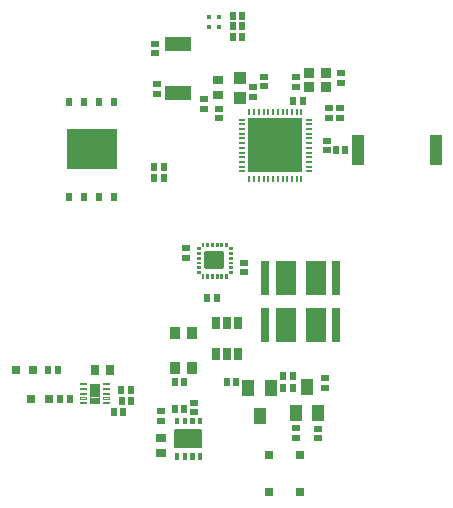
<source format=gtp>
G75*
%MOIN*%
%OFA0B0*%
%FSLAX25Y25*%
%IPPOS*%
%LPD*%
%AMOC8*
5,1,8,0,0,1.08239X$1,22.5*
%
%ADD10R,0.06693X0.11811*%
%ADD11R,0.03150X0.11811*%
%ADD12R,0.02717X0.03898*%
%ADD13R,0.02756X0.01969*%
%ADD14R,0.03543X0.02756*%
%ADD15R,0.01969X0.02756*%
%ADD16R,0.01969X0.00787*%
%ADD17R,0.00787X0.01969*%
%ADD18R,0.18110X0.18110*%
%ADD19R,0.02756X0.03543*%
%ADD20R,0.03150X0.03150*%
%ADD21C,0.00394*%
%ADD22C,0.00354*%
%ADD23C,0.00630*%
%ADD24C,0.00118*%
%ADD25R,0.03543X0.03937*%
%ADD26R,0.04000X0.10000*%
%ADD27R,0.03937X0.05512*%
%ADD28R,0.01772X0.01772*%
%ADD29R,0.03740X0.03346*%
%ADD30R,0.04331X0.03937*%
%ADD31R,0.02500X0.02600*%
%ADD32C,0.00157*%
%ADD33C,0.01213*%
%ADD34R,0.08661X0.05118*%
%ADD35R,0.01969X0.02953*%
%ADD36R,0.16900X0.13400*%
D10*
X0123841Y0083974D03*
X0123841Y0068226D03*
X0113959Y0068226D03*
X0113959Y0083974D03*
D11*
X0130731Y0083974D03*
X0130731Y0068226D03*
X0107069Y0068226D03*
X0107069Y0083974D03*
D12*
X0098040Y0069018D03*
X0094300Y0069018D03*
X0090560Y0069018D03*
X0090560Y0058782D03*
X0094300Y0058782D03*
X0098040Y0058782D03*
D13*
X0127500Y0129775D03*
X0127500Y0126625D03*
X0128200Y0140675D03*
X0128200Y0137525D03*
X0131800Y0140675D03*
X0131800Y0137525D03*
X0132200Y0149125D03*
X0132200Y0152275D03*
X0117100Y0150875D03*
X0117100Y0147725D03*
X0102900Y0147575D03*
X0102900Y0144425D03*
X0091500Y0140475D03*
X0091500Y0137325D03*
X0086722Y0140437D03*
X0086722Y0143587D03*
X0083400Y0042375D03*
X0083400Y0039225D03*
X0072300Y0039675D03*
X0072300Y0036525D03*
X0080700Y0090825D03*
X0080700Y0093975D03*
X0100000Y0089175D03*
X0100000Y0086025D03*
X0117100Y0030725D03*
X0117100Y0033875D03*
X0124700Y0033775D03*
X0124700Y0030625D03*
X0127000Y0047525D03*
X0127000Y0050675D03*
X0106600Y0151075D03*
X0106600Y0147925D03*
X0070400Y0158925D03*
X0070400Y0162075D03*
X0070900Y0148675D03*
X0070900Y0145525D03*
D14*
X0091200Y0150159D03*
X0091200Y0145041D03*
X0072200Y0030659D03*
X0072200Y0025541D03*
D15*
X0116325Y0142900D03*
X0119475Y0142900D03*
X0059575Y0039200D03*
X0056425Y0039200D03*
X0079975Y0049300D03*
X0076825Y0049300D03*
X0094133Y0049385D03*
X0097282Y0049385D03*
X0087625Y0077400D03*
X0090775Y0077400D03*
X0116075Y0051500D03*
X0112925Y0051500D03*
X0116075Y0047500D03*
X0112925Y0047500D03*
X0079975Y0040500D03*
X0076825Y0040500D03*
X0034725Y0053400D03*
X0037875Y0053400D03*
X0038725Y0043600D03*
X0041875Y0043600D03*
X0062275Y0043000D03*
X0059125Y0043000D03*
X0062175Y0046700D03*
X0059025Y0046700D03*
X0099275Y0171400D03*
X0096125Y0171400D03*
X0099275Y0164500D03*
X0096125Y0164500D03*
X0099275Y0167900D03*
X0096125Y0167900D03*
X0130525Y0126600D03*
X0133675Y0126600D03*
X0069925Y0121000D03*
X0073075Y0121000D03*
X0073175Y0117500D03*
X0070025Y0117500D03*
D16*
X0099180Y0136861D03*
X0099180Y0135287D03*
X0099180Y0133712D03*
X0099180Y0132137D03*
X0099180Y0130562D03*
X0099180Y0128987D03*
X0099180Y0127413D03*
X0099180Y0125838D03*
X0099180Y0124263D03*
X0099180Y0122688D03*
X0099180Y0121113D03*
X0099180Y0119539D03*
X0121620Y0119539D03*
X0121620Y0121113D03*
X0121620Y0122688D03*
X0121620Y0124263D03*
X0121620Y0125838D03*
X0121620Y0127413D03*
X0121620Y0128987D03*
X0121620Y0130562D03*
X0121620Y0132137D03*
X0121620Y0133712D03*
X0121620Y0135287D03*
X0121620Y0136861D03*
D17*
X0101739Y0116980D03*
X0103313Y0116980D03*
X0104888Y0116980D03*
X0106463Y0116980D03*
X0108038Y0116980D03*
X0109613Y0116980D03*
X0111187Y0116980D03*
X0112762Y0116980D03*
X0114337Y0116980D03*
X0115912Y0116980D03*
X0117487Y0116980D03*
X0119061Y0116980D03*
X0119061Y0139420D03*
X0117487Y0139420D03*
X0115912Y0139420D03*
X0114337Y0139420D03*
X0112762Y0139420D03*
X0111187Y0139420D03*
X0109613Y0139420D03*
X0108038Y0139420D03*
X0106463Y0139420D03*
X0104888Y0139420D03*
X0103313Y0139420D03*
X0101739Y0139420D03*
D18*
X0110400Y0128200D03*
D19*
X0050141Y0053300D03*
X0055259Y0053300D03*
D20*
X0029653Y0053400D03*
X0023747Y0053400D03*
X0034953Y0043600D03*
X0029047Y0043600D03*
D21*
X0047147Y0048554D02*
X0045179Y0048554D01*
X0045179Y0048946D01*
X0047147Y0048946D01*
X0047147Y0048554D01*
X0047147Y0046979D02*
X0045179Y0046979D01*
X0045179Y0047371D01*
X0047147Y0047371D01*
X0047147Y0046979D01*
X0047147Y0045404D02*
X0045179Y0045404D01*
X0045179Y0045796D01*
X0047147Y0045796D01*
X0047147Y0045404D01*
X0047147Y0043829D02*
X0045179Y0043829D01*
X0045179Y0044221D01*
X0047147Y0044221D01*
X0047147Y0043829D01*
X0047147Y0042254D02*
X0045179Y0042254D01*
X0045179Y0042646D01*
X0047147Y0042646D01*
X0047147Y0042254D01*
X0055021Y0042254D02*
X0053053Y0042254D01*
X0053053Y0042646D01*
X0055021Y0042646D01*
X0055021Y0042254D01*
X0055021Y0043829D02*
X0053053Y0043829D01*
X0053053Y0044221D01*
X0055021Y0044221D01*
X0055021Y0043829D01*
X0055021Y0045404D02*
X0053053Y0045404D01*
X0053053Y0045796D01*
X0055021Y0045796D01*
X0055021Y0045404D01*
X0055021Y0046979D02*
X0053053Y0046979D01*
X0053053Y0047371D01*
X0055021Y0047371D01*
X0055021Y0046979D01*
X0055021Y0048554D02*
X0053053Y0048554D01*
X0053053Y0048946D01*
X0055021Y0048946D01*
X0055021Y0048554D01*
D22*
X0051694Y0048769D02*
X0051694Y0042431D01*
X0048506Y0042431D01*
X0048506Y0048769D01*
X0051694Y0048769D01*
X0051694Y0042784D02*
X0048506Y0042784D01*
X0048506Y0043137D02*
X0051694Y0043137D01*
X0051694Y0043490D02*
X0048506Y0043490D01*
X0048506Y0043843D02*
X0051694Y0043843D01*
X0051694Y0044196D02*
X0048506Y0044196D01*
X0048506Y0044549D02*
X0051694Y0044549D01*
X0051694Y0044902D02*
X0048506Y0044902D01*
X0048506Y0045255D02*
X0051694Y0045255D01*
X0051694Y0045608D02*
X0048506Y0045608D01*
X0048506Y0045961D02*
X0051694Y0045961D01*
X0051694Y0046314D02*
X0048506Y0046314D01*
X0048506Y0046667D02*
X0051694Y0046667D01*
X0051694Y0047020D02*
X0048506Y0047020D01*
X0048506Y0047373D02*
X0051694Y0047373D01*
X0051694Y0047726D02*
X0048506Y0047726D01*
X0048506Y0048079D02*
X0051694Y0048079D01*
X0051694Y0048432D02*
X0048506Y0048432D01*
D23*
X0085709Y0033434D02*
X0085709Y0027766D01*
X0076891Y0027766D01*
X0076891Y0033434D01*
X0085709Y0033434D01*
X0085709Y0028395D02*
X0076891Y0028395D01*
X0076891Y0029024D02*
X0085709Y0029024D01*
X0085709Y0029653D02*
X0076891Y0029653D01*
X0076891Y0030282D02*
X0085709Y0030282D01*
X0085709Y0030911D02*
X0076891Y0030911D01*
X0076891Y0031540D02*
X0085709Y0031540D01*
X0085709Y0032169D02*
X0076891Y0032169D01*
X0076891Y0032798D02*
X0085709Y0032798D01*
X0085709Y0033427D02*
X0076891Y0033427D01*
D24*
X0077992Y0025619D02*
X0077992Y0023769D01*
X0076930Y0023769D01*
X0076930Y0025619D01*
X0077992Y0025619D01*
X0077992Y0023886D02*
X0076930Y0023886D01*
X0076930Y0024003D02*
X0077992Y0024003D01*
X0077992Y0024120D02*
X0076930Y0024120D01*
X0076930Y0024237D02*
X0077992Y0024237D01*
X0077992Y0024354D02*
X0076930Y0024354D01*
X0076930Y0024471D02*
X0077992Y0024471D01*
X0077992Y0024588D02*
X0076930Y0024588D01*
X0076930Y0024705D02*
X0077992Y0024705D01*
X0077992Y0024822D02*
X0076930Y0024822D01*
X0076930Y0024939D02*
X0077992Y0024939D01*
X0077992Y0025056D02*
X0076930Y0025056D01*
X0076930Y0025173D02*
X0077992Y0025173D01*
X0077992Y0025290D02*
X0076930Y0025290D01*
X0076930Y0025407D02*
X0077992Y0025407D01*
X0077992Y0025524D02*
X0076930Y0025524D01*
X0080551Y0025619D02*
X0080551Y0023769D01*
X0079489Y0023769D01*
X0079489Y0025619D01*
X0080551Y0025619D01*
X0080551Y0023886D02*
X0079489Y0023886D01*
X0079489Y0024003D02*
X0080551Y0024003D01*
X0080551Y0024120D02*
X0079489Y0024120D01*
X0079489Y0024237D02*
X0080551Y0024237D01*
X0080551Y0024354D02*
X0079489Y0024354D01*
X0079489Y0024471D02*
X0080551Y0024471D01*
X0080551Y0024588D02*
X0079489Y0024588D01*
X0079489Y0024705D02*
X0080551Y0024705D01*
X0080551Y0024822D02*
X0079489Y0024822D01*
X0079489Y0024939D02*
X0080551Y0024939D01*
X0080551Y0025056D02*
X0079489Y0025056D01*
X0079489Y0025173D02*
X0080551Y0025173D01*
X0080551Y0025290D02*
X0079489Y0025290D01*
X0079489Y0025407D02*
X0080551Y0025407D01*
X0080551Y0025524D02*
X0079489Y0025524D01*
X0083111Y0025619D02*
X0083111Y0023769D01*
X0082049Y0023769D01*
X0082049Y0025619D01*
X0083111Y0025619D01*
X0083111Y0023886D02*
X0082049Y0023886D01*
X0082049Y0024003D02*
X0083111Y0024003D01*
X0083111Y0024120D02*
X0082049Y0024120D01*
X0082049Y0024237D02*
X0083111Y0024237D01*
X0083111Y0024354D02*
X0082049Y0024354D01*
X0082049Y0024471D02*
X0083111Y0024471D01*
X0083111Y0024588D02*
X0082049Y0024588D01*
X0082049Y0024705D02*
X0083111Y0024705D01*
X0083111Y0024822D02*
X0082049Y0024822D01*
X0082049Y0024939D02*
X0083111Y0024939D01*
X0083111Y0025056D02*
X0082049Y0025056D01*
X0082049Y0025173D02*
X0083111Y0025173D01*
X0083111Y0025290D02*
X0082049Y0025290D01*
X0082049Y0025407D02*
X0083111Y0025407D01*
X0083111Y0025524D02*
X0082049Y0025524D01*
X0085670Y0025619D02*
X0085670Y0023769D01*
X0084608Y0023769D01*
X0084608Y0025619D01*
X0085670Y0025619D01*
X0085670Y0023886D02*
X0084608Y0023886D01*
X0084608Y0024003D02*
X0085670Y0024003D01*
X0085670Y0024120D02*
X0084608Y0024120D01*
X0084608Y0024237D02*
X0085670Y0024237D01*
X0085670Y0024354D02*
X0084608Y0024354D01*
X0084608Y0024471D02*
X0085670Y0024471D01*
X0085670Y0024588D02*
X0084608Y0024588D01*
X0084608Y0024705D02*
X0085670Y0024705D01*
X0085670Y0024822D02*
X0084608Y0024822D01*
X0084608Y0024939D02*
X0085670Y0024939D01*
X0085670Y0025056D02*
X0084608Y0025056D01*
X0084608Y0025173D02*
X0085670Y0025173D01*
X0085670Y0025290D02*
X0084608Y0025290D01*
X0084608Y0025407D02*
X0085670Y0025407D01*
X0085670Y0025524D02*
X0084608Y0025524D01*
X0085670Y0037431D02*
X0085670Y0035581D01*
X0084608Y0035581D01*
X0084608Y0037431D01*
X0085670Y0037431D01*
X0085670Y0035698D02*
X0084608Y0035698D01*
X0084608Y0035815D02*
X0085670Y0035815D01*
X0085670Y0035932D02*
X0084608Y0035932D01*
X0084608Y0036049D02*
X0085670Y0036049D01*
X0085670Y0036166D02*
X0084608Y0036166D01*
X0084608Y0036283D02*
X0085670Y0036283D01*
X0085670Y0036400D02*
X0084608Y0036400D01*
X0084608Y0036517D02*
X0085670Y0036517D01*
X0085670Y0036634D02*
X0084608Y0036634D01*
X0084608Y0036751D02*
X0085670Y0036751D01*
X0085670Y0036868D02*
X0084608Y0036868D01*
X0084608Y0036985D02*
X0085670Y0036985D01*
X0085670Y0037102D02*
X0084608Y0037102D01*
X0084608Y0037219D02*
X0085670Y0037219D01*
X0085670Y0037336D02*
X0084608Y0037336D01*
X0083111Y0037431D02*
X0083111Y0035581D01*
X0082049Y0035581D01*
X0082049Y0037431D01*
X0083111Y0037431D01*
X0083111Y0035698D02*
X0082049Y0035698D01*
X0082049Y0035815D02*
X0083111Y0035815D01*
X0083111Y0035932D02*
X0082049Y0035932D01*
X0082049Y0036049D02*
X0083111Y0036049D01*
X0083111Y0036166D02*
X0082049Y0036166D01*
X0082049Y0036283D02*
X0083111Y0036283D01*
X0083111Y0036400D02*
X0082049Y0036400D01*
X0082049Y0036517D02*
X0083111Y0036517D01*
X0083111Y0036634D02*
X0082049Y0036634D01*
X0082049Y0036751D02*
X0083111Y0036751D01*
X0083111Y0036868D02*
X0082049Y0036868D01*
X0082049Y0036985D02*
X0083111Y0036985D01*
X0083111Y0037102D02*
X0082049Y0037102D01*
X0082049Y0037219D02*
X0083111Y0037219D01*
X0083111Y0037336D02*
X0082049Y0037336D01*
X0080551Y0037431D02*
X0080551Y0035581D01*
X0079489Y0035581D01*
X0079489Y0037431D01*
X0080551Y0037431D01*
X0080551Y0035698D02*
X0079489Y0035698D01*
X0079489Y0035815D02*
X0080551Y0035815D01*
X0080551Y0035932D02*
X0079489Y0035932D01*
X0079489Y0036049D02*
X0080551Y0036049D01*
X0080551Y0036166D02*
X0079489Y0036166D01*
X0079489Y0036283D02*
X0080551Y0036283D01*
X0080551Y0036400D02*
X0079489Y0036400D01*
X0079489Y0036517D02*
X0080551Y0036517D01*
X0080551Y0036634D02*
X0079489Y0036634D01*
X0079489Y0036751D02*
X0080551Y0036751D01*
X0080551Y0036868D02*
X0079489Y0036868D01*
X0079489Y0036985D02*
X0080551Y0036985D01*
X0080551Y0037102D02*
X0079489Y0037102D01*
X0079489Y0037219D02*
X0080551Y0037219D01*
X0080551Y0037336D02*
X0079489Y0037336D01*
X0077992Y0037431D02*
X0077992Y0035581D01*
X0076930Y0035581D01*
X0076930Y0037431D01*
X0077992Y0037431D01*
X0077992Y0035698D02*
X0076930Y0035698D01*
X0076930Y0035815D02*
X0077992Y0035815D01*
X0077992Y0035932D02*
X0076930Y0035932D01*
X0076930Y0036049D02*
X0077992Y0036049D01*
X0077992Y0036166D02*
X0076930Y0036166D01*
X0076930Y0036283D02*
X0077992Y0036283D01*
X0077992Y0036400D02*
X0076930Y0036400D01*
X0076930Y0036517D02*
X0077992Y0036517D01*
X0077992Y0036634D02*
X0076930Y0036634D01*
X0076930Y0036751D02*
X0077992Y0036751D01*
X0077992Y0036868D02*
X0076930Y0036868D01*
X0076930Y0036985D02*
X0077992Y0036985D01*
X0077992Y0037102D02*
X0076930Y0037102D01*
X0076930Y0037219D02*
X0077992Y0037219D01*
X0077992Y0037336D02*
X0076930Y0037336D01*
D25*
X0082653Y0065609D03*
X0076747Y0065609D03*
X0076747Y0054191D03*
X0082653Y0054191D03*
D26*
X0138000Y0126600D03*
X0164000Y0126600D03*
D27*
X0120884Y0047540D03*
X0124624Y0038878D03*
X0117144Y0038878D03*
X0105120Y0038052D03*
X0101380Y0047501D03*
X0108860Y0047501D03*
D28*
X0088327Y0171173D03*
X0091673Y0171173D03*
X0091673Y0167827D03*
X0088327Y0167827D03*
D29*
X0121646Y0147736D03*
X0127354Y0147736D03*
X0127354Y0152264D03*
X0121646Y0152264D03*
D30*
X0098700Y0143954D03*
X0098700Y0150646D03*
D31*
X0118440Y0024900D03*
X0118440Y0012700D03*
X0108360Y0024900D03*
X0108360Y0012700D03*
D32*
X0085197Y0094252D02*
X0085197Y0093622D01*
X0084173Y0093622D01*
X0084173Y0094252D01*
X0085197Y0094252D01*
X0085197Y0093778D02*
X0084173Y0093778D01*
X0084173Y0093934D02*
X0085197Y0093934D01*
X0085197Y0094090D02*
X0084173Y0094090D01*
X0084173Y0094246D02*
X0085197Y0094246D01*
X0085197Y0092677D02*
X0085197Y0092047D01*
X0084173Y0092047D01*
X0084173Y0092677D01*
X0085197Y0092677D01*
X0085197Y0092203D02*
X0084173Y0092203D01*
X0084173Y0092359D02*
X0085197Y0092359D01*
X0085197Y0092515D02*
X0084173Y0092515D01*
X0084173Y0092671D02*
X0085197Y0092671D01*
X0085197Y0091102D02*
X0085197Y0090472D01*
X0084173Y0090472D01*
X0084173Y0091102D01*
X0085197Y0091102D01*
X0085197Y0090628D02*
X0084173Y0090628D01*
X0084173Y0090784D02*
X0085197Y0090784D01*
X0085197Y0090940D02*
X0084173Y0090940D01*
X0084173Y0091096D02*
X0085197Y0091096D01*
X0085197Y0089528D02*
X0085197Y0088898D01*
X0084173Y0088898D01*
X0084173Y0089528D01*
X0085197Y0089528D01*
X0085197Y0089054D02*
X0084173Y0089054D01*
X0084173Y0089210D02*
X0085197Y0089210D01*
X0085197Y0089366D02*
X0084173Y0089366D01*
X0084173Y0089522D02*
X0085197Y0089522D01*
X0085197Y0087953D02*
X0085197Y0087323D01*
X0084173Y0087323D01*
X0084173Y0087953D01*
X0085197Y0087953D01*
X0085197Y0087479D02*
X0084173Y0087479D01*
X0084173Y0087635D02*
X0085197Y0087635D01*
X0085197Y0087791D02*
X0084173Y0087791D01*
X0084173Y0087947D02*
X0085197Y0087947D01*
X0085197Y0086378D02*
X0085197Y0085748D01*
X0084173Y0085748D01*
X0084173Y0086378D01*
X0085197Y0086378D01*
X0085197Y0085904D02*
X0084173Y0085904D01*
X0084173Y0086060D02*
X0085197Y0086060D01*
X0085197Y0086216D02*
X0084173Y0086216D01*
X0084173Y0086372D02*
X0085197Y0086372D01*
X0086378Y0084173D02*
X0085748Y0084173D01*
X0085748Y0085197D01*
X0086378Y0085197D01*
X0086378Y0084173D01*
X0086378Y0084329D02*
X0085748Y0084329D01*
X0085748Y0084485D02*
X0086378Y0084485D01*
X0086378Y0084641D02*
X0085748Y0084641D01*
X0085748Y0084797D02*
X0086378Y0084797D01*
X0086378Y0084953D02*
X0085748Y0084953D01*
X0085748Y0085109D02*
X0086378Y0085109D01*
X0087953Y0084173D02*
X0087323Y0084173D01*
X0087323Y0085197D01*
X0087953Y0085197D01*
X0087953Y0084173D01*
X0087953Y0084329D02*
X0087323Y0084329D01*
X0087323Y0084485D02*
X0087953Y0084485D01*
X0087953Y0084641D02*
X0087323Y0084641D01*
X0087323Y0084797D02*
X0087953Y0084797D01*
X0087953Y0084953D02*
X0087323Y0084953D01*
X0087323Y0085109D02*
X0087953Y0085109D01*
X0089528Y0084173D02*
X0088898Y0084173D01*
X0088898Y0085197D01*
X0089528Y0085197D01*
X0089528Y0084173D01*
X0089528Y0084329D02*
X0088898Y0084329D01*
X0088898Y0084485D02*
X0089528Y0084485D01*
X0089528Y0084641D02*
X0088898Y0084641D01*
X0088898Y0084797D02*
X0089528Y0084797D01*
X0089528Y0084953D02*
X0088898Y0084953D01*
X0088898Y0085109D02*
X0089528Y0085109D01*
X0091102Y0084173D02*
X0090472Y0084173D01*
X0090472Y0085197D01*
X0091102Y0085197D01*
X0091102Y0084173D01*
X0091102Y0084329D02*
X0090472Y0084329D01*
X0090472Y0084485D02*
X0091102Y0084485D01*
X0091102Y0084641D02*
X0090472Y0084641D01*
X0090472Y0084797D02*
X0091102Y0084797D01*
X0091102Y0084953D02*
X0090472Y0084953D01*
X0090472Y0085109D02*
X0091102Y0085109D01*
X0092677Y0084173D02*
X0092047Y0084173D01*
X0092047Y0085197D01*
X0092677Y0085197D01*
X0092677Y0084173D01*
X0092677Y0084329D02*
X0092047Y0084329D01*
X0092047Y0084485D02*
X0092677Y0084485D01*
X0092677Y0084641D02*
X0092047Y0084641D01*
X0092047Y0084797D02*
X0092677Y0084797D01*
X0092677Y0084953D02*
X0092047Y0084953D01*
X0092047Y0085109D02*
X0092677Y0085109D01*
X0094252Y0084173D02*
X0093622Y0084173D01*
X0093622Y0085197D01*
X0094252Y0085197D01*
X0094252Y0084173D01*
X0094252Y0084329D02*
X0093622Y0084329D01*
X0093622Y0084485D02*
X0094252Y0084485D01*
X0094252Y0084641D02*
X0093622Y0084641D01*
X0093622Y0084797D02*
X0094252Y0084797D01*
X0094252Y0084953D02*
X0093622Y0084953D01*
X0093622Y0085109D02*
X0094252Y0085109D01*
X0095827Y0086378D02*
X0095827Y0085748D01*
X0094803Y0085748D01*
X0094803Y0086378D01*
X0095827Y0086378D01*
X0095827Y0085904D02*
X0094803Y0085904D01*
X0094803Y0086060D02*
X0095827Y0086060D01*
X0095827Y0086216D02*
X0094803Y0086216D01*
X0094803Y0086372D02*
X0095827Y0086372D01*
X0095827Y0087953D02*
X0095827Y0087323D01*
X0094803Y0087323D01*
X0094803Y0087953D01*
X0095827Y0087953D01*
X0095827Y0087479D02*
X0094803Y0087479D01*
X0094803Y0087635D02*
X0095827Y0087635D01*
X0095827Y0087791D02*
X0094803Y0087791D01*
X0094803Y0087947D02*
X0095827Y0087947D01*
X0095827Y0089528D02*
X0095827Y0088898D01*
X0094803Y0088898D01*
X0094803Y0089528D01*
X0095827Y0089528D01*
X0095827Y0089054D02*
X0094803Y0089054D01*
X0094803Y0089210D02*
X0095827Y0089210D01*
X0095827Y0089366D02*
X0094803Y0089366D01*
X0094803Y0089522D02*
X0095827Y0089522D01*
X0095827Y0091102D02*
X0095827Y0090472D01*
X0094803Y0090472D01*
X0094803Y0091102D01*
X0095827Y0091102D01*
X0095827Y0090628D02*
X0094803Y0090628D01*
X0094803Y0090784D02*
X0095827Y0090784D01*
X0095827Y0090940D02*
X0094803Y0090940D01*
X0094803Y0091096D02*
X0095827Y0091096D01*
X0095827Y0092677D02*
X0095827Y0092047D01*
X0094803Y0092047D01*
X0094803Y0092677D01*
X0095827Y0092677D01*
X0095827Y0092203D02*
X0094803Y0092203D01*
X0094803Y0092359D02*
X0095827Y0092359D01*
X0095827Y0092515D02*
X0094803Y0092515D01*
X0094803Y0092671D02*
X0095827Y0092671D01*
X0095827Y0094252D02*
X0095827Y0093622D01*
X0094803Y0093622D01*
X0094803Y0094252D01*
X0095827Y0094252D01*
X0095827Y0093778D02*
X0094803Y0093778D01*
X0094803Y0093934D02*
X0095827Y0093934D01*
X0095827Y0094090D02*
X0094803Y0094090D01*
X0094803Y0094246D02*
X0095827Y0094246D01*
X0093622Y0095827D02*
X0094252Y0095827D01*
X0094252Y0094803D01*
X0093622Y0094803D01*
X0093622Y0095827D01*
X0093622Y0094959D02*
X0094252Y0094959D01*
X0094252Y0095115D02*
X0093622Y0095115D01*
X0093622Y0095271D02*
X0094252Y0095271D01*
X0094252Y0095427D02*
X0093622Y0095427D01*
X0093622Y0095583D02*
X0094252Y0095583D01*
X0094252Y0095739D02*
X0093622Y0095739D01*
X0092677Y0094803D02*
X0092047Y0094803D01*
X0092047Y0095827D01*
X0092677Y0095827D01*
X0092677Y0094803D01*
X0092677Y0094959D02*
X0092047Y0094959D01*
X0092047Y0095115D02*
X0092677Y0095115D01*
X0092677Y0095271D02*
X0092047Y0095271D01*
X0092047Y0095427D02*
X0092677Y0095427D01*
X0092677Y0095583D02*
X0092047Y0095583D01*
X0092047Y0095739D02*
X0092677Y0095739D01*
X0091102Y0094803D02*
X0090472Y0094803D01*
X0090472Y0095827D01*
X0091102Y0095827D01*
X0091102Y0094803D01*
X0091102Y0094959D02*
X0090472Y0094959D01*
X0090472Y0095115D02*
X0091102Y0095115D01*
X0091102Y0095271D02*
X0090472Y0095271D01*
X0090472Y0095427D02*
X0091102Y0095427D01*
X0091102Y0095583D02*
X0090472Y0095583D01*
X0090472Y0095739D02*
X0091102Y0095739D01*
X0089528Y0094803D02*
X0088898Y0094803D01*
X0088898Y0095827D01*
X0089528Y0095827D01*
X0089528Y0094803D01*
X0089528Y0094959D02*
X0088898Y0094959D01*
X0088898Y0095115D02*
X0089528Y0095115D01*
X0089528Y0095271D02*
X0088898Y0095271D01*
X0088898Y0095427D02*
X0089528Y0095427D01*
X0089528Y0095583D02*
X0088898Y0095583D01*
X0088898Y0095739D02*
X0089528Y0095739D01*
X0087953Y0094803D02*
X0087323Y0094803D01*
X0087323Y0095827D01*
X0087953Y0095827D01*
X0087953Y0094803D01*
X0087953Y0094959D02*
X0087323Y0094959D01*
X0087323Y0095115D02*
X0087953Y0095115D01*
X0087953Y0095271D02*
X0087323Y0095271D01*
X0087323Y0095427D02*
X0087953Y0095427D01*
X0087953Y0095583D02*
X0087323Y0095583D01*
X0087323Y0095739D02*
X0087953Y0095739D01*
X0086378Y0094803D02*
X0085748Y0094803D01*
X0085748Y0095827D01*
X0086378Y0095827D01*
X0086378Y0094803D01*
X0086378Y0094959D02*
X0085748Y0094959D01*
X0085748Y0095115D02*
X0086378Y0095115D01*
X0086378Y0095271D02*
X0085748Y0095271D01*
X0085748Y0095427D02*
X0086378Y0095427D01*
X0086378Y0095583D02*
X0085748Y0095583D01*
X0085748Y0095739D02*
X0086378Y0095739D01*
D33*
X0092740Y0092425D02*
X0092740Y0087575D01*
X0087260Y0087575D01*
X0087260Y0092425D01*
X0092740Y0092425D01*
X0092740Y0088787D02*
X0087260Y0088787D01*
X0087260Y0089999D02*
X0092740Y0089999D01*
X0092740Y0091211D02*
X0087260Y0091211D01*
X0087260Y0092423D02*
X0092740Y0092423D01*
D34*
X0077900Y0162068D03*
X0077900Y0145532D03*
D35*
X0041700Y0111150D03*
X0046700Y0111150D03*
X0051700Y0111150D03*
X0056700Y0111150D03*
X0041700Y0142650D03*
X0046700Y0142650D03*
X0051700Y0142650D03*
X0056700Y0142650D03*
D36*
X0049200Y0126900D03*
M02*

</source>
